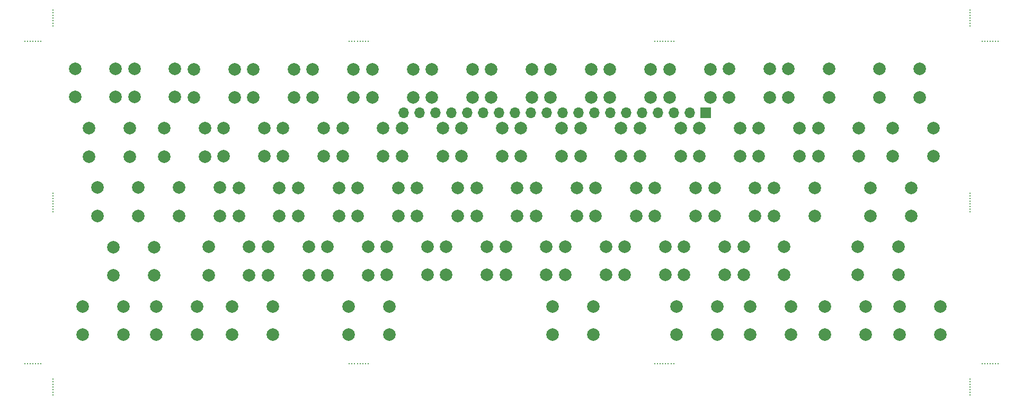
<source format=gbr>
%TF.GenerationSoftware,KiCad,Pcbnew,7.0.9*%
%TF.CreationDate,2024-12-06T21:36:11-05:00*%
%TF.ProjectId,panel,70616e65-6c2e-46b6-9963-61645f706362,rev?*%
%TF.SameCoordinates,Original*%
%TF.FileFunction,Soldermask,Top*%
%TF.FilePolarity,Negative*%
%FSLAX46Y46*%
G04 Gerber Fmt 4.6, Leading zero omitted, Abs format (unit mm)*
G04 Created by KiCad (PCBNEW 7.0.9) date 2024-12-06 21:36:11*
%MOMM*%
%LPD*%
G01*
G04 APERTURE LIST*
%ADD10C,0.200000*%
%ADD11C,2.000000*%
%ADD12R,1.700000X1.700000*%
%ADD13O,1.700000X1.700000*%
G04 APERTURE END LIST*
D10*
%TO.C,KiKit_MB_7_5*%
X75250000Y-21666667D03*
%TD*%
%TO.C,KiKit_MB_3_6*%
X124726191Y-25000000D03*
%TD*%
%TO.C,KiKit_MB_6_3*%
X173559523Y-76500000D03*
%TD*%
%TO.C,KiKit_MB_14_6*%
X225833333Y-76500000D03*
%TD*%
D11*
%TO.C,SW63*%
X180934000Y-48429000D03*
X187434000Y-48429000D03*
X180934000Y-52929000D03*
X187434000Y-52929000D03*
%TD*%
D10*
%TO.C,KiKit_MB_11_1*%
X70750000Y-25000000D03*
%TD*%
%TO.C,KiKit_MB_14_5*%
X225416666Y-76500000D03*
%TD*%
D11*
%TO.C,SW11*%
X109577000Y-57863000D03*
X116077000Y-57863000D03*
X109577000Y-62363000D03*
X116077000Y-62363000D03*
%TD*%
%TO.C,SW43*%
X145258000Y-29447000D03*
X151758000Y-29447000D03*
X145258000Y-33947000D03*
X151758000Y-33947000D03*
%TD*%
D10*
%TO.C,KiKit_MB_2_1*%
X221750000Y-49250000D03*
%TD*%
%TO.C,KiKit_MB_3_5*%
X124297620Y-25000000D03*
%TD*%
D11*
%TO.C,SW66*%
X198616000Y-67397000D03*
X205116000Y-67397000D03*
X198616000Y-71897000D03*
X205116000Y-71897000D03*
%TD*%
%TO.C,SW14*%
X112004000Y-38879000D03*
X118504000Y-38879000D03*
X112004000Y-43379000D03*
X118504000Y-43379000D03*
%TD*%
D10*
%TO.C,KiKit_MB_11_7*%
X73250000Y-25000000D03*
%TD*%
%TO.C,KiKit_MB_6_4*%
X173130952Y-76500000D03*
%TD*%
%TO.C,KiKit_MB_6_5*%
X172702380Y-76500000D03*
%TD*%
%TO.C,KiKit_MB_5_3*%
X124726191Y-76500000D03*
%TD*%
D11*
%TO.C,SW4*%
X82336000Y-48387000D03*
X88836000Y-48387000D03*
X82336000Y-52887000D03*
X88836000Y-52887000D03*
%TD*%
%TO.C,SW33*%
X133425000Y-48431000D03*
X139925000Y-48431000D03*
X133425000Y-52931000D03*
X139925000Y-52931000D03*
%TD*%
D10*
%TO.C,KiKit_MB_1_7*%
X75250000Y-49678572D03*
%TD*%
%TO.C,KiKit_MB_8_3*%
X221750000Y-20833334D03*
%TD*%
%TO.C,KiKit_MB_13_1*%
X223750000Y-25000000D03*
%TD*%
%TO.C,KiKit_MB_13_3*%
X224583333Y-25000000D03*
%TD*%
D11*
%TO.C,SW17*%
X103847000Y-67394000D03*
X110347000Y-67394000D03*
X103847000Y-71894000D03*
X110347000Y-71894000D03*
%TD*%
D10*
%TO.C,KiKit_MB_4_6*%
X173559523Y-25000000D03*
%TD*%
%TO.C,KiKit_MB_1_5*%
X75250000Y-50535715D03*
%TD*%
%TO.C,KiKit_MB_4_8*%
X174416666Y-25000000D03*
%TD*%
%TO.C,KiKit_MB_7_2*%
X75250000Y-20416667D03*
%TD*%
D11*
%TO.C,SW32*%
X140512000Y-38866000D03*
X147012000Y-38866000D03*
X140512000Y-43366000D03*
X147012000Y-43366000D03*
%TD*%
D10*
%TO.C,KiKit_MB_10_3*%
X221750000Y-79833333D03*
%TD*%
D11*
%TO.C,SW22*%
X128584000Y-57856000D03*
X135084000Y-57856000D03*
X128584000Y-62356000D03*
X135084000Y-62356000D03*
%TD*%
D10*
%TO.C,KiKit_MB_5_5*%
X123869048Y-76500000D03*
%TD*%
%TO.C,KiKit_MB_1_3*%
X75250000Y-51392857D03*
%TD*%
D11*
%TO.C,SW39*%
X142928000Y-48448000D03*
X149428000Y-48448000D03*
X142928000Y-52948000D03*
X149428000Y-52948000D03*
%TD*%
%TO.C,SW30*%
X128982000Y-71874000D03*
X122482000Y-71874000D03*
X128982000Y-67374000D03*
X122482000Y-67374000D03*
%TD*%
%TO.C,SW56*%
X178520000Y-38854000D03*
X185020000Y-38854000D03*
X178520000Y-43354000D03*
X185020000Y-43354000D03*
%TD*%
%TO.C,SW44*%
X159516000Y-38862000D03*
X166016000Y-38862000D03*
X159516000Y-43362000D03*
X166016000Y-43362000D03*
%TD*%
D10*
%TO.C,KiKit_MB_3_7*%
X125154762Y-25000000D03*
%TD*%
%TO.C,KiKit_MB_12_3*%
X71583334Y-76500000D03*
%TD*%
D11*
%TO.C,SW15*%
X104917000Y-48396000D03*
X111417000Y-48396000D03*
X104917000Y-52896000D03*
X111417000Y-52896000D03*
%TD*%
D10*
%TO.C,KiKit_MB_3_4*%
X123869048Y-25000000D03*
%TD*%
%TO.C,KiKit_MB_10_1*%
X221750000Y-79000000D03*
%TD*%
%TO.C,KiKit_MB_11_5*%
X72416667Y-25000000D03*
%TD*%
D11*
%TO.C,SW9*%
X102497000Y-38887000D03*
X108997000Y-38887000D03*
X102497000Y-43387000D03*
X108997000Y-43387000D03*
%TD*%
D10*
%TO.C,KiKit_MB_6_6*%
X172273809Y-76500000D03*
%TD*%
D11*
%TO.C,SW29*%
X183258000Y-29419000D03*
X189758000Y-29419000D03*
X183258000Y-33919000D03*
X189758000Y-33919000D03*
%TD*%
%TO.C,SW26*%
X131009000Y-38871000D03*
X137509000Y-38871000D03*
X131009000Y-43371000D03*
X137509000Y-43371000D03*
%TD*%
%TO.C,SW74*%
X205899000Y-48407000D03*
X212399000Y-48407000D03*
X205899000Y-52907000D03*
X212399000Y-52907000D03*
%TD*%
D10*
%TO.C,KiKit_MB_2_5*%
X221750000Y-50964285D03*
%TD*%
%TO.C,KiKit_MB_2_8*%
X221750000Y-52250000D03*
%TD*%
D11*
%TO.C,SW21*%
X114419000Y-48407000D03*
X120919000Y-48407000D03*
X114419000Y-52907000D03*
X120919000Y-52907000D03*
%TD*%
D10*
%TO.C,KiKit_MB_3_2*%
X123011905Y-25000000D03*
%TD*%
%TO.C,KiKit_MB_13_4*%
X225000000Y-25000000D03*
%TD*%
%TO.C,KiKit_MB_2_7*%
X221750000Y-51821428D03*
%TD*%
D11*
%TO.C,SW7*%
X92992000Y-38896000D03*
X99492000Y-38896000D03*
X92992000Y-43396000D03*
X99492000Y-43396000D03*
%TD*%
%TO.C,SW57*%
X171432000Y-48434000D03*
X177932000Y-48434000D03*
X171432000Y-52934000D03*
X177932000Y-52934000D03*
%TD*%
D10*
%TO.C,KiKit_MB_7_7*%
X75250000Y-22500000D03*
%TD*%
D11*
%TO.C,SW55*%
X164249000Y-29435000D03*
X170749000Y-29435000D03*
X164249000Y-33935000D03*
X170749000Y-33935000D03*
%TD*%
D10*
%TO.C,KiKit_MB_9_1*%
X75250000Y-79000000D03*
%TD*%
%TO.C,KiKit_MB_9_7*%
X75250000Y-81500000D03*
%TD*%
D11*
%TO.C,SW45*%
X152428000Y-48440000D03*
X158928000Y-48440000D03*
X152428000Y-52940000D03*
X158928000Y-52940000D03*
%TD*%
D10*
%TO.C,KiKit_MB_8_4*%
X221750000Y-21250000D03*
%TD*%
%TO.C,KiKit_MB_3_3*%
X123440477Y-25000000D03*
%TD*%
%TO.C,KiKit_MB_12_6*%
X72833334Y-76500000D03*
%TD*%
%TO.C,KiKit_MB_11_4*%
X72000000Y-25000000D03*
%TD*%
%TO.C,KiKit_MB_4_1*%
X171416666Y-25000000D03*
%TD*%
D11*
%TO.C,SW8*%
X88230000Y-29395000D03*
X94730000Y-29395000D03*
X88230000Y-33895000D03*
X94730000Y-33895000D03*
%TD*%
D10*
%TO.C,KiKit_MB_4_3*%
X172273809Y-25000000D03*
%TD*%
%TO.C,KiKit_MB_3_1*%
X122583334Y-25000000D03*
%TD*%
%TO.C,KiKit_MB_13_7*%
X226250000Y-25000000D03*
%TD*%
%TO.C,KiKit_MB_1_6*%
X75250000Y-50107143D03*
%TD*%
%TO.C,KiKit_MB_7_6*%
X75250000Y-22083334D03*
%TD*%
D11*
%TO.C,SW59*%
X174889000Y-67398000D03*
X181389000Y-67398000D03*
X174889000Y-71898000D03*
X181389000Y-71898000D03*
%TD*%
%TO.C,SW12*%
X91772000Y-67398000D03*
X98272000Y-67398000D03*
X91772000Y-71898000D03*
X98272000Y-71898000D03*
%TD*%
D10*
%TO.C,KiKit_MB_5_1*%
X125583334Y-76500000D03*
%TD*%
D11*
%TO.C,SW3*%
X81018000Y-38899000D03*
X87518000Y-38899000D03*
X81018000Y-43399000D03*
X87518000Y-43399000D03*
%TD*%
D10*
%TO.C,KiKit_MB_10_4*%
X221750000Y-80250000D03*
%TD*%
%TO.C,KiKit_MB_8_2*%
X221750000Y-20416667D03*
%TD*%
D11*
%TO.C,SW65*%
X186623000Y-67395000D03*
X193123000Y-67395000D03*
X186623000Y-71895000D03*
X193123000Y-71895000D03*
%TD*%
%TO.C,SW41*%
X155077000Y-67399000D03*
X161577000Y-67399000D03*
X155077000Y-71899000D03*
X161577000Y-71899000D03*
%TD*%
%TO.C,SW31*%
X126260000Y-29441000D03*
X132760000Y-29441000D03*
X126260000Y-33941000D03*
X132760000Y-33941000D03*
%TD*%
D12*
%TO.C,J2*%
X179540000Y-36422000D03*
D13*
X177000000Y-36422000D03*
X174460000Y-36422000D03*
X171920000Y-36422000D03*
X169380000Y-36422000D03*
X166840000Y-36422000D03*
X164300000Y-36422000D03*
X161760000Y-36422000D03*
X159220000Y-36422000D03*
X156680000Y-36422000D03*
X154140000Y-36422000D03*
X151600000Y-36422000D03*
X149060000Y-36422000D03*
X146520000Y-36422000D03*
X143980000Y-36422000D03*
X141440000Y-36422000D03*
X138900000Y-36422000D03*
X136360000Y-36422000D03*
X133820000Y-36422000D03*
X131280000Y-36422000D03*
%TD*%
D10*
%TO.C,KiKit_MB_12_2*%
X71166667Y-76500000D03*
%TD*%
D11*
%TO.C,SW23*%
X100076000Y-57869000D03*
X106576000Y-57869000D03*
X100076000Y-62369000D03*
X106576000Y-62369000D03*
%TD*%
D10*
%TO.C,KiKit_MB_9_6*%
X75250000Y-81083333D03*
%TD*%
D11*
%TO.C,SW13*%
X97737000Y-29440000D03*
X104237000Y-29440000D03*
X97737000Y-33940000D03*
X104237000Y-33940000D03*
%TD*%
D10*
%TO.C,KiKit_MB_11_2*%
X71166667Y-25000000D03*
%TD*%
%TO.C,KiKit_MB_9_4*%
X75250000Y-80250000D03*
%TD*%
D11*
%TO.C,SW28*%
X138085000Y-57856000D03*
X144585000Y-57856000D03*
X138085000Y-62356000D03*
X144585000Y-62356000D03*
%TD*%
%TO.C,SW2*%
X78743000Y-29392000D03*
X85243000Y-29392000D03*
X78743000Y-33892000D03*
X85243000Y-33892000D03*
%TD*%
%TO.C,SW58*%
X203831000Y-57819000D03*
X210331000Y-57819000D03*
X203831000Y-62319000D03*
X210331000Y-62319000D03*
%TD*%
D10*
%TO.C,KiKit_MB_9_5*%
X75250000Y-80666666D03*
%TD*%
D11*
%TO.C,SW20*%
X121506000Y-38874000D03*
X128006000Y-38874000D03*
X121506000Y-43374000D03*
X128006000Y-43374000D03*
%TD*%
%TO.C,SW50*%
X169020000Y-38857000D03*
X175520000Y-38857000D03*
X169020000Y-43357000D03*
X175520000Y-43357000D03*
%TD*%
D10*
%TO.C,KiKit_MB_13_6*%
X225833333Y-25000000D03*
%TD*%
D11*
%TO.C,SW35*%
X197529000Y-38838000D03*
X204029000Y-38838000D03*
X197529000Y-43338000D03*
X204029000Y-43338000D03*
%TD*%
%TO.C,SW24*%
X185597000Y-57827000D03*
X192097000Y-57827000D03*
X185597000Y-62327000D03*
X192097000Y-62327000D03*
%TD*%
%TO.C,SW34*%
X147587000Y-57845000D03*
X154087000Y-57845000D03*
X147587000Y-62345000D03*
X154087000Y-62345000D03*
%TD*%
%TO.C,SW73*%
X209458000Y-38833000D03*
X215958000Y-38833000D03*
X209458000Y-43333000D03*
X215958000Y-43333000D03*
%TD*%
%TO.C,SW52*%
X176096000Y-57822000D03*
X182596000Y-57822000D03*
X176096000Y-62322000D03*
X182596000Y-62322000D03*
%TD*%
D10*
%TO.C,KiKit_MB_7_4*%
X75250000Y-21250000D03*
%TD*%
%TO.C,KiKit_MB_14_3*%
X224583333Y-76500000D03*
%TD*%
%TO.C,KiKit_MB_6_2*%
X173988095Y-76500000D03*
%TD*%
D11*
%TO.C,SW37*%
X135750000Y-29439000D03*
X142250000Y-29439000D03*
X135750000Y-33939000D03*
X142250000Y-33939000D03*
%TD*%
%TO.C,SW40*%
X157089000Y-57839000D03*
X163589000Y-57839000D03*
X157089000Y-62339000D03*
X163589000Y-62339000D03*
%TD*%
D10*
%TO.C,KiKit_MB_5_7*%
X123011905Y-76500000D03*
%TD*%
D11*
%TO.C,SW67*%
X192765000Y-29416000D03*
X199265000Y-29416000D03*
X192765000Y-33916000D03*
X199265000Y-33916000D03*
%TD*%
%TO.C,SW49*%
X154757000Y-29449000D03*
X161257000Y-29449000D03*
X154757000Y-33949000D03*
X161257000Y-33949000D03*
%TD*%
D10*
%TO.C,KiKit_MB_6_7*%
X171845238Y-76500000D03*
%TD*%
%TO.C,KiKit_MB_6_1*%
X174416666Y-76500000D03*
%TD*%
%TO.C,KiKit_MB_2_4*%
X221750000Y-50535715D03*
%TD*%
%TO.C,KiKit_MB_10_2*%
X221750000Y-79416666D03*
%TD*%
%TO.C,KiKit_MB_12_7*%
X73250000Y-76500000D03*
%TD*%
D11*
%TO.C,SW1*%
X210545000Y-67383000D03*
X217045000Y-67383000D03*
X210545000Y-71883000D03*
X217045000Y-71883000D03*
%TD*%
D10*
%TO.C,KiKit_MB_4_4*%
X172702380Y-25000000D03*
%TD*%
%TO.C,KiKit_MB_12_4*%
X72000000Y-76500000D03*
%TD*%
%TO.C,KiKit_MB_2_3*%
X221750000Y-50107143D03*
%TD*%
%TO.C,KiKit_MB_14_2*%
X224166666Y-76500000D03*
%TD*%
D11*
%TO.C,SW51*%
X161928000Y-48440000D03*
X168428000Y-48440000D03*
X161928000Y-52940000D03*
X168428000Y-52940000D03*
%TD*%
D10*
%TO.C,KiKit_MB_11_6*%
X72833334Y-25000000D03*
%TD*%
%TO.C,KiKit_MB_7_3*%
X75250000Y-20833334D03*
%TD*%
%TO.C,KiKit_MB_4_2*%
X171845238Y-25000000D03*
%TD*%
%TO.C,KiKit_MB_5_8*%
X122583334Y-76500000D03*
%TD*%
%TO.C,KiKit_MB_8_1*%
X221750000Y-20000000D03*
%TD*%
%TO.C,KiKit_MB_1_8*%
X75250000Y-49250000D03*
%TD*%
D11*
%TO.C,SW18*%
X190437000Y-48425000D03*
X196937000Y-48425000D03*
X190437000Y-52925000D03*
X196937000Y-52925000D03*
%TD*%
D10*
%TO.C,KiKit_MB_1_1*%
X75250000Y-52250000D03*
%TD*%
D11*
%TO.C,SW72*%
X207276000Y-29417000D03*
X213776000Y-29417000D03*
X207276000Y-33917000D03*
X213776000Y-33917000D03*
%TD*%
D10*
%TO.C,KiKit_MB_6_8*%
X171416666Y-76500000D03*
%TD*%
D11*
%TO.C,SW5*%
X84881000Y-57871000D03*
X91381000Y-57871000D03*
X84881000Y-62371000D03*
X91381000Y-62371000D03*
%TD*%
%TO.C,SW6*%
X79991000Y-67369000D03*
X86491000Y-67369000D03*
X79991000Y-71869000D03*
X86491000Y-71869000D03*
%TD*%
D10*
%TO.C,KiKit_MB_1_2*%
X75250000Y-51821428D03*
%TD*%
%TO.C,KiKit_MB_10_6*%
X221750000Y-81083333D03*
%TD*%
D11*
%TO.C,SW25*%
X116747000Y-29439000D03*
X123247000Y-29439000D03*
X116747000Y-33939000D03*
X123247000Y-33939000D03*
%TD*%
%TO.C,SW38*%
X150013000Y-38864000D03*
X156513000Y-38864000D03*
X150013000Y-43364000D03*
X156513000Y-43364000D03*
%TD*%
D10*
%TO.C,KiKit_MB_13_5*%
X225416666Y-25000000D03*
%TD*%
%TO.C,KiKit_MB_9_2*%
X75250000Y-79416666D03*
%TD*%
%TO.C,KiKit_MB_5_4*%
X124297620Y-76500000D03*
%TD*%
%TO.C,KiKit_MB_12_5*%
X72416667Y-76500000D03*
%TD*%
%TO.C,KiKit_MB_10_5*%
X221750000Y-80666666D03*
%TD*%
%TO.C,KiKit_MB_10_7*%
X221750000Y-81500000D03*
%TD*%
%TO.C,KiKit_MB_11_3*%
X71583334Y-25000000D03*
%TD*%
D11*
%TO.C,SW27*%
X123921000Y-48421000D03*
X130421000Y-48421000D03*
X123921000Y-52921000D03*
X130421000Y-52921000D03*
%TD*%
D10*
%TO.C,KiKit_MB_7_1*%
X75250000Y-20000000D03*
%TD*%
%TO.C,KiKit_MB_9_3*%
X75250000Y-79833333D03*
%TD*%
%TO.C,KiKit_MB_14_4*%
X225000000Y-76500000D03*
%TD*%
D11*
%TO.C,SW19*%
X107253000Y-29428000D03*
X113753000Y-29428000D03*
X107253000Y-33928000D03*
X113753000Y-33928000D03*
%TD*%
%TO.C,SW10*%
X95406000Y-48379000D03*
X101906000Y-48379000D03*
X95406000Y-52879000D03*
X101906000Y-52879000D03*
%TD*%
D10*
%TO.C,KiKit_MB_14_1*%
X223750000Y-76500000D03*
%TD*%
%TO.C,KiKit_MB_1_4*%
X75250000Y-50964285D03*
%TD*%
D11*
%TO.C,SW61*%
X173755000Y-29427000D03*
X180255000Y-29427000D03*
X173755000Y-33927000D03*
X180255000Y-33927000D03*
%TD*%
D10*
%TO.C,KiKit_MB_14_7*%
X226250000Y-76500000D03*
%TD*%
D11*
%TO.C,SW46*%
X166594000Y-57831000D03*
X173094000Y-57831000D03*
X166594000Y-62331000D03*
X173094000Y-62331000D03*
%TD*%
D10*
%TO.C,KiKit_MB_12_1*%
X70750000Y-76500000D03*
%TD*%
%TO.C,KiKit_MB_8_7*%
X221750000Y-22500000D03*
%TD*%
%TO.C,KiKit_MB_4_7*%
X173988095Y-25000000D03*
%TD*%
%TO.C,KiKit_MB_8_5*%
X221750000Y-21666667D03*
%TD*%
%TO.C,KiKit_MB_5_6*%
X123440477Y-76500000D03*
%TD*%
%TO.C,KiKit_MB_8_6*%
X221750000Y-22083334D03*
%TD*%
%TO.C,KiKit_MB_13_2*%
X224166666Y-25000000D03*
%TD*%
D11*
%TO.C,SW16*%
X119084000Y-57858000D03*
X125584000Y-57858000D03*
X119084000Y-62358000D03*
X125584000Y-62358000D03*
%TD*%
D10*
%TO.C,KiKit_MB_5_2*%
X125154762Y-76500000D03*
%TD*%
%TO.C,KiKit_MB_2_6*%
X221750000Y-51392857D03*
%TD*%
%TO.C,KiKit_MB_3_8*%
X125583334Y-25000000D03*
%TD*%
D11*
%TO.C,SW62*%
X188024000Y-38847000D03*
X194524000Y-38847000D03*
X188024000Y-43347000D03*
X194524000Y-43347000D03*
%TD*%
D10*
%TO.C,KiKit_MB_2_2*%
X221750000Y-49678572D03*
%TD*%
%TO.C,KiKit_MB_4_5*%
X173130952Y-25000000D03*
%TD*%
M02*

</source>
